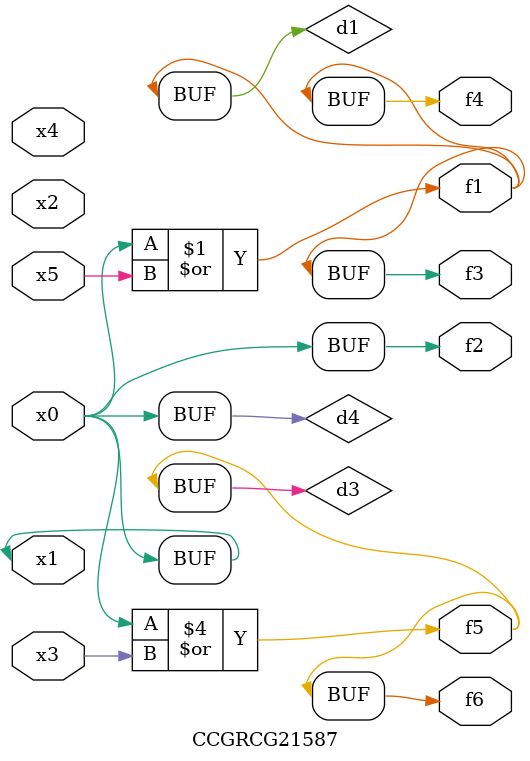
<source format=v>
module CCGRCG21587(
	input x0, x1, x2, x3, x4, x5,
	output f1, f2, f3, f4, f5, f6
);

	wire d1, d2, d3, d4;

	or (d1, x0, x5);
	xnor (d2, x1, x4);
	or (d3, x0, x3);
	buf (d4, x0, x1);
	assign f1 = d1;
	assign f2 = d4;
	assign f3 = d1;
	assign f4 = d1;
	assign f5 = d3;
	assign f6 = d3;
endmodule

</source>
